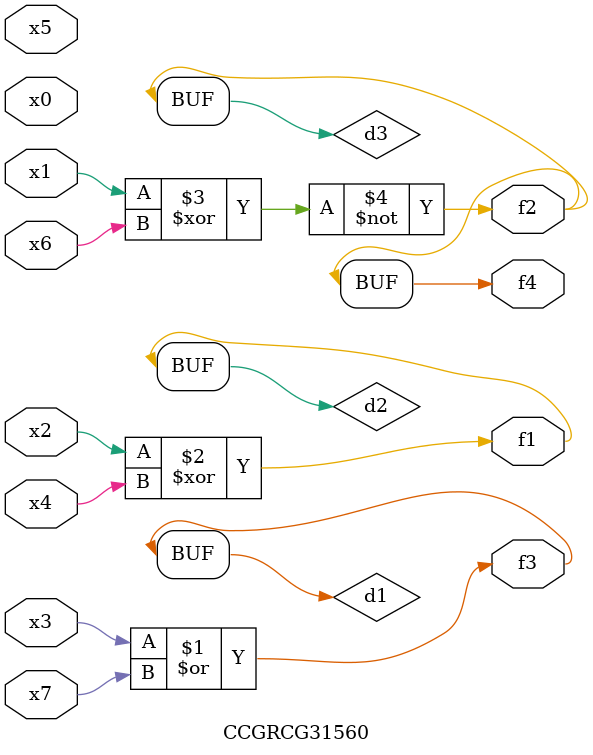
<source format=v>
module CCGRCG31560(
	input x0, x1, x2, x3, x4, x5, x6, x7,
	output f1, f2, f3, f4
);

	wire d1, d2, d3;

	or (d1, x3, x7);
	xor (d2, x2, x4);
	xnor (d3, x1, x6);
	assign f1 = d2;
	assign f2 = d3;
	assign f3 = d1;
	assign f4 = d3;
endmodule

</source>
